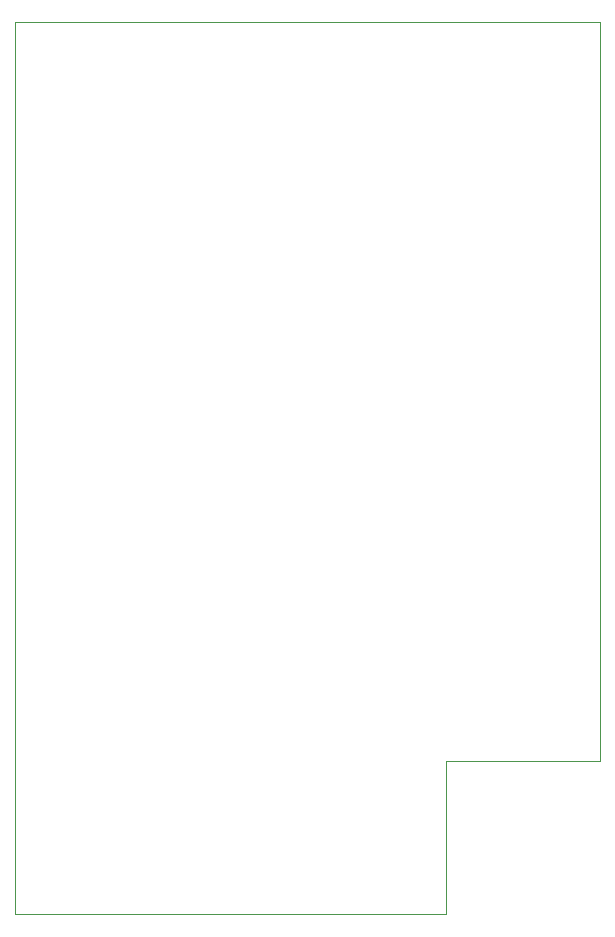
<source format=gbr>
%TF.GenerationSoftware,KiCad,Pcbnew,(5.1.6)-1*%
%TF.CreationDate,2024-10-21T11:16:37-05:00*%
%TF.ProjectId,board3,626f6172-6433-42e6-9b69-6361645f7063,rev?*%
%TF.SameCoordinates,PX3473bc0PY7270e00*%
%TF.FileFunction,Profile,NP*%
%FSLAX46Y46*%
G04 Gerber Fmt 4.6, Leading zero omitted, Abs format (unit mm)*
G04 Created by KiCad (PCBNEW (5.1.6)-1) date 2024-10-21 11:16:37*
%MOMM*%
%LPD*%
G01*
G04 APERTURE LIST*
%TA.AperFunction,Profile*%
%ADD10C,0.100000*%
%TD*%
G04 APERTURE END LIST*
D10*
X49500000Y13000000D02*
X49500000Y75500000D01*
X36500000Y13000000D02*
X36500000Y0D01*
X49500000Y13000000D02*
X36500000Y13000000D01*
X-10000Y75500000D02*
X49500000Y75500000D01*
X0Y0D02*
X-10000Y75500000D01*
X36500000Y0D02*
X0Y0D01*
M02*

</source>
